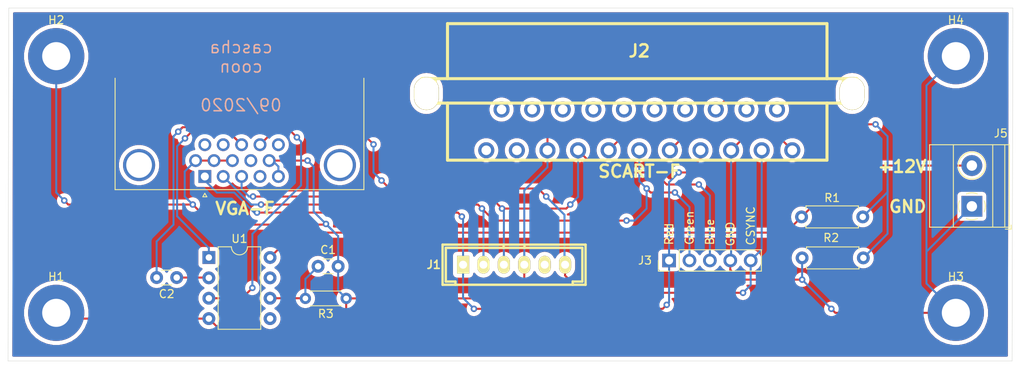
<source format=kicad_pcb>
(kicad_pcb (version 20171130) (host pcbnew 5.1.6)
  (layers (0 F.Cu signal) (31 B.Cu signal) (34 B.Paste user) (35 F.Paste user) (36 B.SilkS user) (37 F.SilkS user) (38 B.Mask user) (39 F.Mask user) (44 Edge.Cuts user))
  (net 0 "")
  (net 1 /Red)
  (net 2 /Green)
  (net 3 /Blue)
  (net 4 GND)
  (net 5 /CSYNC)
  (net 6 "Net-(J2-Pad16)")
  (net 7 "Net-(C1-Pad1)")
  (net 8 "Net-(C2-Pad1)")
  (net 9 +12V)
  (net 10 "Net-(J4-Pad13)")
  (net 11 "Net-(J4-Pad14)")
  (module w_conn_modu:AMP-MODU-6 (layer F.Cu) (at 63 78)
    (fp_text reference J1 (at -10 0) (layer F.SilkS) (effects (font (size 1.016 1.016) (thickness 0.2032))))
    (fp_text value System22_Video_PCB hide)
    (fp_line (start 8.90016 -2.49936) (end -8.90016 -2.49936) (layer F.SilkS) (width 0.3048))
    (fp_line (start -8.90016 2.49936) (end -8.90016 -2.49936) (layer F.SilkS) (width 0.3048))
    (fp_line (start 8.90016 2.49936) (end -8.90016 2.49936) (layer F.SilkS) (width 0.3048))
    (fp_line (start 8.90016 -2.49936) (end 8.90016 2.49936) (layer F.SilkS) (width 0.3048))
    (fp_line (start -1.30048 -2.10058) (end -1.30048 -2.49936) (layer F.SilkS) (width 0.3048))
    (fp_line (start 1.30048 -2.49936) (end 1.30048 -2.10058) (layer F.SilkS) (width 0.3048))
    (fp_line (start -8.49884 -2.10058) (end -8.49884 2.10058) (layer F.SilkS) (width 0.3048))
    (fp_line (start -7.29996 2.10058) (end -7.29996 2.49936) (layer F.SilkS) (width 0.3048))
    (fp_line (start 7.29996 2.49936) (end 7.29996 2.10058) (layer F.SilkS) (width 0.3048))
    (fp_line (start 8.49884 2.10058) (end 8.49884 -2.10058) (layer F.SilkS) (width 0.3048))
    (fp_line (start -1.30048 -2.10058) (end 1.30048 -2.10058) (layer F.SilkS) (width 0.3048))
    (fp_line (start -1.30048 -2.10058) (end -8.49884 -2.10058) (layer F.SilkS) (width 0.3048))
    (fp_line (start 8.49884 -2.10058) (end 1.30048 -2.10058) (layer F.SilkS) (width 0.3048))
    (fp_line (start 8.49884 2.10058) (end 7.29996 2.10058) (layer F.SilkS) (width 0.3048))
    (fp_line (start -7.29996 2.10058) (end -8.49884 2.10058) (layer F.SilkS) (width 0.3048))
    (pad 1 thru_hole rect (at -6.35 0) (size 1.50114 2.19964) (drill 1.00076) (layers *.Cu *.Mask F.SilkS) (net 1 /Red))
    (pad 2 thru_hole oval (at -3.81 0) (size 1.50114 2.19964) (drill 1.00076) (layers *.Cu *.Mask F.SilkS) (net 2 /Green))
    (pad 3 thru_hole oval (at -1.27 0) (size 1.50114 2.19964) (drill 1.00076) (layers *.Cu *.Mask F.SilkS) (net 3 /Blue))
    (pad 4 thru_hole oval (at 1.27 0) (size 1.50114 2.19964) (drill 1.00076) (layers *.Cu *.Mask F.SilkS) (net 4 GND))
    (pad 5 thru_hole oval (at 3.81 0) (size 1.50114 2.19964) (drill 1.00076) (layers *.Cu *.Mask F.SilkS))
    (pad 6 thru_hole oval (at 6.35 0) (size 1.50114 2.19964) (drill 1.00076) (layers *.Cu *.Mask F.SilkS) (net 5 /CSYNC))
  )
  (module w_conn_av:SCART (layer F.Cu) (at 78.5876 56.4548 180)
    (fp_text reference J2 (at 0 5.10032) (layer F.SilkS) (effects (font (size 1.524 1.524) (thickness 0.3048))))
    (fp_text value SCART-F (at 0 -9.906) (layer F.SilkS) (effects (font (size 1.524 1.524) (thickness 0.3048))))
    (fp_line (start 23.876 8.509) (end 23.876 1.651) (layer F.SilkS) (width 0.381))
    (fp_line (start -23.368 8.509) (end -23.368 1.651) (layer F.SilkS) (width 0.381))
    (fp_line (start 27.051 1.651) (end -27.051 1.651) (layer F.SilkS) (width 0.381))
    (fp_line (start -27.051 -1.397) (end 27.051 -1.397) (layer F.SilkS) (width 0.381))
    (fp_line (start 23.876 -8.509) (end 23.876 -1.397) (layer F.SilkS) (width 0.381))
    (fp_line (start -23.368 -8.509) (end 23.876 -8.509) (layer F.SilkS) (width 0.381))
    (fp_line (start -23.368 -1.397) (end -23.368 -8.509) (layer F.SilkS) (width 0.381))
    (fp_line (start 27.051 -1.397) (end 27.051 1.651) (layer F.SilkS) (width 0.381))
    (fp_line (start -27.051 -1.397) (end -27.051 1.651) (layer F.SilkS) (width 0.381))
    (fp_line (start -23.368 8.509) (end 23.876 8.509) (layer F.SilkS) (width 0.381))
    (fp_line (start 25.4 -1.397) (end 25.4 1.651) (layer F.SilkS) (width 0.381))
    (fp_line (start -25.4 -1.397) (end -25.4 1.651) (layer F.SilkS) (width 0.381))
    (pad 1 thru_hole circle (at 19.05 -7.27964 180) (size 1.99898 1.99898) (drill 1.19888) (layers *.Cu *.Mask))
    (pad 2 thru_hole circle (at 17.145 -2.19964 180) (size 1.99898 1.99898) (drill 1.19888) (layers *.Cu *.Mask))
    (pad 3 thru_hole circle (at 15.24 -7.27964 180) (size 1.99898 1.99898) (drill 1.19888) (layers *.Cu *.Mask))
    (pad 4 thru_hole circle (at 13.335 -2.19964 180) (size 1.99898 1.99898) (drill 1.19888) (layers *.Cu *.Mask))
    (pad 5 thru_hole circle (at 11.43 -7.27964 180) (size 1.99898 1.99898) (drill 1.19888) (layers *.Cu *.Mask) (net 4 GND))
    (pad 6 thru_hole circle (at 9.525 -2.19964 180) (size 1.99898 1.99898) (drill 1.19888) (layers *.Cu *.Mask))
    (pad 7 thru_hole circle (at 7.62 -7.27964 180) (size 1.99898 1.99898) (drill 1.19888) (layers *.Cu *.Mask) (net 3 /Blue))
    (pad 8 thru_hole circle (at 5.715 -2.19964 180) (size 1.99898 1.99898) (drill 1.19888) (layers *.Cu *.Mask))
    (pad 9 thru_hole circle (at 3.81 -7.27964 180) (size 1.99898 1.99898) (drill 1.19888) (layers *.Cu *.Mask) (net 4 GND))
    (pad 10 thru_hole circle (at 1.905 -2.19964 180) (size 1.99898 1.99898) (drill 1.19888) (layers *.Cu *.Mask))
    (pad 11 thru_hole circle (at 0 -7.27964 180) (size 1.99898 1.99898) (drill 1.19888) (layers *.Cu *.Mask) (net 2 /Green))
    (pad 12 thru_hole circle (at -1.905 -2.19964 180) (size 1.99898 1.99898) (drill 1.19888) (layers *.Cu *.Mask))
    (pad 13 thru_hole circle (at -3.81 -7.27964 180) (size 1.99898 1.99898) (drill 1.19888) (layers *.Cu *.Mask) (net 4 GND))
    (pad 14 thru_hole circle (at -5.715 -2.19964 180) (size 1.99898 1.99898) (drill 1.19888) (layers *.Cu *.Mask))
    (pad 15 thru_hole circle (at -7.62 -7.27964 180) (size 1.99898 1.99898) (drill 1.19888) (layers *.Cu *.Mask) (net 1 /Red))
    (pad 16 thru_hole circle (at -9.525 -2.19964 180) (size 1.99898 1.99898) (drill 1.19888) (layers *.Cu *.Mask) (net 6 "Net-(J2-Pad16)"))
    (pad 17 thru_hole circle (at -11.43 -7.27964 180) (size 1.99898 1.99898) (drill 1.19888) (layers *.Cu *.Mask) (net 4 GND))
    (pad 18 thru_hole circle (at -13.335 -2.19964 180) (size 1.99898 1.99898) (drill 1.19888) (layers *.Cu *.Mask))
    (pad 19 thru_hole circle (at -15.24 -7.27964 180) (size 1.99898 1.99898) (drill 1.19888) (layers *.Cu *.Mask) (net 5 /CSYNC))
    (pad 20 thru_hole circle (at -17.145 -2.19964 180) (size 1.99898 1.99898) (drill 1.19888) (layers *.Cu *.Mask))
    (pad 21 thru_hole circle (at -19.05 -7.27964 180) (size 1.99898 1.99898) (drill 1.19888) (layers *.Cu *.Mask) (net 4 GND))
    (pad "" np_thru_hole oval (at 26.49982 -0.20066 180) (size 3.1 4.1) (drill oval 3 4) (layers *.Cu *.Mask F.SilkS))
    (pad "" np_thru_hole oval (at -26.49982 -0.20066 180) (size 3.1 4.1) (drill oval 3 4) (layers *.Cu *.Mask F.SilkS))
  )
  (module Resistor_THT:R_Axial_DIN0207_L6.3mm_D2.5mm_P7.62mm_Horizontal (layer F.Cu) (at 98.79 72.04)
    (fp_text reference R1 (at 3.81 -2.37) (layer F.SilkS))
    (fp_text value 10k)
    (fp_line (start 0.54 -1.04) (end 0.54 -1.37) (layer F.SilkS) (width 0.12))
    (fp_line (start 0.54 -1.37) (end 7.08 -1.37) (layer F.SilkS) (width 0.12))
    (fp_line (start 7.08 -1.37) (end 7.08 -1.04) (layer F.SilkS) (width 0.12))
    (fp_line (start 0.54 1.04) (end 0.54 1.37) (layer F.SilkS) (width 0.12))
    (fp_line (start 0.54 1.37) (end 7.08 1.37) (layer F.SilkS) (width 0.12))
    (fp_line (start 7.08 1.37) (end 7.08 1.04) (layer F.SilkS) (width 0.12))
    (pad 2 thru_hole oval (at 7.62 0) (size 1.6 1.6) (drill 0.8) (layers *.Cu *.Mask) (net 6 "Net-(J2-Pad16)"))
    (pad 1 thru_hole circle (at 0 0) (size 1.6 1.6) (drill 0.8) (layers *.Cu *.Mask) (net 9 +12V))
  )
  (module Resistor_THT:R_Axial_DIN0207_L6.3mm_D2.5mm_P7.62mm_Horizontal (layer F.Cu) (at 106.48 77.15 180)
    (fp_text reference R2 (at 4 2.5) (layer F.SilkS))
    (fp_text value 2k)
    (fp_line (start 7.08 1.37) (end 7.08 1.04) (layer F.SilkS) (width 0.12))
    (fp_line (start 0.54 1.37) (end 7.08 1.37) (layer F.SilkS) (width 0.12))
    (fp_line (start 0.54 1.04) (end 0.54 1.37) (layer F.SilkS) (width 0.12))
    (fp_line (start 7.08 -1.37) (end 7.08 -1.04) (layer F.SilkS) (width 0.12))
    (fp_line (start 0.54 -1.37) (end 7.08 -1.37) (layer F.SilkS) (width 0.12))
    (fp_line (start 0.54 -1.04) (end 0.54 -1.37) (layer F.SilkS) (width 0.12))
    (pad 1 thru_hole circle (at 0 0 180) (size 1.6 1.6) (drill 0.8) (layers *.Cu *.Mask) (net 6 "Net-(J2-Pad16)"))
    (pad 2 thru_hole oval (at 7.62 0 180) (size 1.6 1.6) (drill 0.8) (layers *.Cu *.Mask) (net 4 GND))
  )
  (module Connector_PinHeader_2.54mm:PinHeader_1x05_P2.54mm_Vertical (layer F.Cu) (at 82.296 77.47 90)
    (fp_text reference J3 (at 0 -3 180) (layer F.SilkS))
    (fp_text value DEBUG)
    (fp_line (start -1.33 -1.33) (end 0 -1.33) (layer F.SilkS) (width 0.12))
    (fp_line (start -1.33 0) (end -1.33 -1.33) (layer F.SilkS) (width 0.12))
    (fp_line (start -1.33 1.27) (end 1.33 1.27) (layer F.SilkS) (width 0.12))
    (fp_line (start 1.33 1.27) (end 1.33 11.49) (layer F.SilkS) (width 0.12))
    (fp_line (start -1.33 1.27) (end -1.33 11.49) (layer F.SilkS) (width 0.12))
    (fp_line (start -1.33 11.49) (end 1.33 11.49) (layer F.SilkS) (width 0.12))
    (pad 1 thru_hole rect (at 0 0 90) (size 1.7 1.7) (drill 1) (layers *.Cu *.Mask) (net 1 /Red))
    (pad 2 thru_hole oval (at 0 2.54 90) (size 1.7 1.7) (drill 1) (layers *.Cu *.Mask) (net 2 /Green))
    (pad 3 thru_hole oval (at 0 5.08 90) (size 1.7 1.7) (drill 1) (layers *.Cu *.Mask) (net 3 /Blue))
    (pad 4 thru_hole oval (at 0 7.62 90) (size 1.7 1.7) (drill 1) (layers *.Cu *.Mask) (net 4 GND))
    (pad 5 thru_hole oval (at 0 10.16 90) (size 1.7 1.7) (drill 1) (layers *.Cu *.Mask) (net 5 /CSYNC))
  )
  (module Capacitor_THT:C_Disc_D3.0mm_W1.6mm_P2.50mm (layer F.Cu) (at 38.6 78.2)
    (fp_text reference C1 (at 1.25 -2.05) (layer F.SilkS))
    (fp_text value 0.1uF)
    (fp_line (start 0.621 -0.92) (end 1.879 -0.92) (layer F.SilkS) (width 0.12))
    (fp_line (start 0.621 0.92) (end 1.879 0.92) (layer F.SilkS) (width 0.12))
    (pad 2 thru_hole circle (at 2.5 0) (size 1.6 1.6) (drill 0.8) (layers *.Cu *.Mask) (net 4 GND))
    (pad 1 thru_hole circle (at 0 0) (size 1.6 1.6) (drill 0.8) (layers *.Cu *.Mask) (net 7 "Net-(C1-Pad1)"))
  )
  (module Capacitor_THT:C_Disc_D3.0mm_W1.6mm_P2.50mm (layer F.Cu) (at 21 79.6 180)
    (fp_text reference C2 (at 1.25 -2.05) (layer F.SilkS))
    (fp_text value 0.1uF)
    (fp_line (start 0.621 0.92) (end 1.879 0.92) (layer F.SilkS) (width 0.12))
    (fp_line (start 0.621 -0.92) (end 1.879 -0.92) (layer F.SilkS) (width 0.12))
    (pad 1 thru_hole circle (at 0 0 180) (size 1.6 1.6) (drill 0.8) (layers *.Cu *.Mask) (net 8 "Net-(C2-Pad1)"))
    (pad 2 thru_hole circle (at 2.5 0 180) (size 1.6 1.6) (drill 0.8) (layers *.Cu *.Mask) (net 5 /CSYNC))
  )
  (module Connector_Dsub:DSUB-15-HD_Female_Horizontal_P2.29x1.98mm_EdgePinOffset8.35mm_Housed_MountingHolesOffset10.89mm (layer F.Cu) (at 24.5 67 180)
    (fp_text reference J4 hide)
    (fp_text value VGA-F (at -5 -4) (layer F.SilkS) (effects (font (size 1.524 1.524) (thickness 0.3048))))
    (fp_line (start 0 -2.101325) (end -0.25 -2.534338) (layer F.SilkS) (width 0.12))
    (fp_line (start 0.25 -2.534338) (end 0 -2.101325) (layer F.SilkS) (width 0.12))
    (fp_line (start -0.25 -2.534338) (end 0.25 -2.534338) (layer F.SilkS) (width 0.12))
    (fp_line (start 11.17 -1.64) (end 11.17 12.25) (layer F.SilkS) (width 0.12))
    (fp_line (start -19.8 -1.64) (end 11.17 -1.64) (layer F.SilkS) (width 0.12))
    (fp_line (start -19.8 12.25) (end -19.8 -1.64) (layer F.SilkS) (width 0.12))
    (pad 1 thru_hole rect (at 0 0 180) (size 1.6 1.6) (drill 1) (layers *.Cu *.Mask) (net 1 /Red))
    (pad 2 thru_hole circle (at -2.29 0 180) (size 1.6 1.6) (drill 1) (layers *.Cu *.Mask) (net 2 /Green))
    (pad 3 thru_hole circle (at -4.58 0 180) (size 1.6 1.6) (drill 1) (layers *.Cu *.Mask) (net 3 /Blue))
    (pad 4 thru_hole circle (at -6.87 0 180) (size 1.6 1.6) (drill 1) (layers *.Cu *.Mask))
    (pad 5 thru_hole circle (at -9.16 0 180) (size 1.6 1.6) (drill 1) (layers *.Cu *.Mask) (net 4 GND))
    (pad 6 thru_hole circle (at 1.145 1.98 180) (size 1.6 1.6) (drill 1) (layers *.Cu *.Mask) (net 4 GND))
    (pad 7 thru_hole circle (at -1.145 1.98 180) (size 1.6 1.6) (drill 1) (layers *.Cu *.Mask) (net 4 GND))
    (pad 8 thru_hole circle (at -3.435 1.98 180) (size 1.6 1.6) (drill 1) (layers *.Cu *.Mask) (net 4 GND))
    (pad 9 thru_hole circle (at -5.725 1.98 180) (size 1.6 1.6) (drill 1) (layers *.Cu *.Mask))
    (pad 10 thru_hole circle (at -8.015 1.98 180) (size 1.6 1.6) (drill 1) (layers *.Cu *.Mask) (net 4 GND))
    (pad 11 thru_hole circle (at 0 3.96 180) (size 1.6 1.6) (drill 1) (layers *.Cu *.Mask))
    (pad 12 thru_hole circle (at -2.29 3.96 180) (size 1.6 1.6) (drill 1) (layers *.Cu *.Mask))
    (pad 13 thru_hole circle (at -4.58 3.96 180) (size 1.6 1.6) (drill 1) (layers *.Cu *.Mask) (net 10 "Net-(J4-Pad13)"))
    (pad 14 thru_hole circle (at -6.87 3.96 180) (size 1.6 1.6) (drill 1) (layers *.Cu *.Mask) (net 11 "Net-(J4-Pad14)"))
    (pad 15 thru_hole circle (at -9.16 3.96 180) (size 1.6 1.6) (drill 1) (layers *.Cu *.Mask))
    (pad 0 thru_hole circle (at -16.815 1.42 180) (size 4 4) (drill 3.2) (layers *.Cu *.Mask))
    (pad 0 thru_hole circle (at 8.185 1.42 180) (size 4 4) (drill 3.2) (layers *.Cu *.Mask))
  )
  (module Resistor_THT:R_Axial_DIN0204_L3.6mm_D1.6mm_P5.08mm_Horizontal (layer F.Cu) (at 42.1 82.2 180)
    (fp_text reference R3 (at 2.54 -1.92) (layer F.SilkS))
    (fp_text value 680K)
    (fp_line (start 0.62 0.92) (end 4.46 0.92) (layer F.SilkS) (width 0.12))
    (fp_line (start 0.62 -0.92) (end 4.46 -0.92) (layer F.SilkS) (width 0.12))
    (pad 1 thru_hole circle (at 0 0 180) (size 1.4 1.4) (drill 0.7) (layers *.Cu *.Mask) (net 4 GND))
    (pad 2 thru_hole oval (at 5.08 0 180) (size 1.4 1.4) (drill 0.7) (layers *.Cu *.Mask) (net 7 "Net-(C1-Pad1)"))
  )
  (module Package_DIP:DIP-8_W7.62mm (layer F.Cu) (at 25 77.1)
    (fp_text reference U1 (at 3.81 -2.33) (layer F.SilkS))
    (fp_text value LM1881)
    (fp_line (start 6.46 -1.33) (end 4.81 -1.33) (layer F.SilkS) (width 0.12))
    (fp_line (start 6.46 8.95) (end 6.46 -1.33) (layer F.SilkS) (width 0.12))
    (fp_line (start 1.16 8.95) (end 6.46 8.95) (layer F.SilkS) (width 0.12))
    (fp_line (start 1.16 -1.33) (end 1.16 8.95) (layer F.SilkS) (width 0.12))
    (fp_line (start 2.81 -1.33) (end 1.16 -1.33) (layer F.SilkS) (width 0.12))
    (fp_arc (start 3.81 -1.33) (end 2.81 -1.33) (angle -180) (layer F.SilkS) (width 0.12))
    (pad 1 thru_hole rect (at 0 0) (size 1.6 1.6) (drill 0.8) (layers *.Cu *.Mask) (net 10 "Net-(J4-Pad13)"))
    (pad 5 thru_hole oval (at 7.62 7.62) (size 1.6 1.6) (drill 0.8) (layers *.Cu *.Mask))
    (pad 2 thru_hole oval (at 0 2.54) (size 1.6 1.6) (drill 0.8) (layers *.Cu *.Mask) (net 8 "Net-(C2-Pad1)"))
    (pad 6 thru_hole oval (at 7.62 5.08) (size 1.6 1.6) (drill 0.8) (layers *.Cu *.Mask) (net 7 "Net-(C1-Pad1)"))
    (pad 3 thru_hole oval (at 0 5.08) (size 1.6 1.6) (drill 0.8) (layers *.Cu *.Mask) (net 11 "Net-(J4-Pad14)"))
    (pad 7 thru_hole oval (at 7.62 2.54) (size 1.6 1.6) (drill 0.8) (layers *.Cu *.Mask))
    (pad 4 thru_hole oval (at 0 7.62) (size 1.6 1.6) (drill 0.8) (layers *.Cu *.Mask) (net 4 GND))
    (pad 8 thru_hole oval (at 7.62 0) (size 1.6 1.6) (drill 0.8) (layers *.Cu *.Mask) (net 9 +12V))
  )
  (module MountingHole:MountingHole_3.5mm_Pad (layer F.Cu) (at 6 84)
    (fp_text reference H1 (at 0 -4.5) (layer F.SilkS))
    (fp_text value MountingHole_Pad)
    (pad 1 thru_hole circle (at 0 0) (size 7 7) (drill 3.5) (layers *.Cu *.Mask) (net 4 GND))
  )
  (module MountingHole:MountingHole_3.5mm_Pad (layer F.Cu) (at 6 52)
    (fp_text reference H2 (at 0 -4.5) (layer F.SilkS))
    (fp_text value MountingHole_Pad)
    (pad 1 thru_hole circle (at 0 0) (size 7 7) (drill 3.5) (layers *.Cu *.Mask) (net 4 GND))
  )
  (module MountingHole:MountingHole_3.5mm_Pad (layer F.Cu) (at 118 84)
    (fp_text reference H3 (at 0 -4.5) (layer F.SilkS))
    (fp_text value MountingHole_Pad)
    (pad 1 thru_hole circle (at 0 0) (size 7 7) (drill 3.5) (layers *.Cu *.Mask) (net 4 GND))
  )
  (module MountingHole:MountingHole_3.5mm_Pad (layer F.Cu) (at 118 52)
    (fp_text reference H4 (at 0 -4.5) (layer F.SilkS))
    (fp_text value MountingHole_Pad)
    (pad 1 thru_hole circle (at 0 0) (size 7 7) (drill 3.5) (layers *.Cu *.Mask) (net 4 GND))
  )
  (module TerminalBlock_Phoenix:TerminalBlock_Phoenix_MKDS-1,5-2-5.08_1x02_P5.08mm_Horizontal (layer F.Cu) (at 119.99 70.72 90)
    (fp_text reference J5 (at 9.1 3.6 180) (layer F.SilkS))
    (fp_text value "Power Supply")
    (fp_line (start -2.84 4.9) (end -2.34 4.9) (layer F.SilkS) (width 0.12))
    (fp_line (start -2.84 4.16) (end -2.84 4.9) (layer F.SilkS) (width 0.12))
    (fp_line (start 3.853 1.023) (end 3.806 1.069) (layer F.SilkS) (width 0.12))
    (fp_line (start 6.15 -1.275) (end 6.115 -1.239) (layer F.SilkS) (width 0.12))
    (fp_line (start 4.046 1.239) (end 4.011 1.274) (layer F.SilkS) (width 0.12))
    (fp_line (start 6.355 -1.069) (end 6.308 -1.023) (layer F.SilkS) (width 0.12))
    (fp_line (start 7.68 -5.261) (end 7.68 4.66) (layer F.SilkS) (width 0.12))
    (fp_line (start -2.6 -5.261) (end -2.6 4.66) (layer F.SilkS) (width 0.12))
    (fp_line (start -2.6 4.66) (end 7.68 4.66) (layer F.SilkS) (width 0.12))
    (fp_line (start -2.6 -5.261) (end 7.68 -5.261) (layer F.SilkS) (width 0.12))
    (fp_line (start -2.6 -2.301) (end 7.68 -2.301) (layer F.SilkS) (width 0.12))
    (fp_line (start -2.6 2.6) (end 7.68 2.6) (layer F.SilkS) (width 0.12))
    (fp_line (start -2.6 4.1) (end 7.68 4.1) (layer F.SilkS) (width 0.12))
    (fp_circle (center 5.08 0) (end 6.76 0) (layer F.SilkS) (width 0.12))
    (fp_arc (start 0 0) (end 0 1.68) (angle -24) (layer F.SilkS) (width 0.12))
    (fp_arc (start 0 0) (end 1.535 0.684) (angle -48) (layer F.SilkS) (width 0.12))
    (fp_arc (start 0 0) (end 0.684 -1.535) (angle -48) (layer F.SilkS) (width 0.12))
    (fp_arc (start 0 0) (end -1.535 -0.684) (angle -48) (layer F.SilkS) (width 0.12))
    (fp_arc (start 0 0) (end -0.684 1.535) (angle -25) (layer F.SilkS) (width 0.12))
    (pad 1 thru_hole rect (at 0 0 90) (size 2.6 2.6) (drill 1.3) (layers *.Cu *.Mask) (net 4 GND))
    (pad 2 thru_hole circle (at 5.08 0 90) (size 2.6 2.6) (drill 1.3) (layers *.Cu *.Mask) (net 9 +12V))
  )
  (gr_text GND (at 112 70.76) (layer F.SilkS) (effects (font (size 1.5 1.5) (thickness 0.3))))
  (gr_text +12V (at 111.31 65.76) (layer F.SilkS) (effects (font (size 1.5 1.5) (thickness 0.3))))
  (gr_text "cascha\ncoon\n\n09/2020" (at 29 54.5) (layer B.SilkS) (effects (font (size 1.5 1.5) (thickness 0.1875)) (justify mirror)))
  (gr_line (start 0 90) (end 125 90) (layer Edge.Cuts) (width 0.05))
  (gr_text CSYNC (at 92.456 73.152 90) (layer F.SilkS) (effects (font (size 1 1))))
  (gr_text GND (at 89.916 74.168 90) (layer F.SilkS) (effects (font (size 1 1))))
  (gr_text Blue (at 87.376 73.914 90) (layer F.SilkS) (effects (font (size 1 1))))
  (gr_text Green (at 84.836 73.406 90) (layer F.SilkS) (effects (font (size 1 1))))
  (gr_text Red (at 82.296 74.168 90) (layer F.SilkS) (effects (font (size 1 1))))
  (gr_line (start 125.1 46) (end 125 90) (layer Edge.Cuts) (width 0.05))
  (gr_line (start 0.1 46) (end 0 90) (layer Edge.Cuts) (width 0.05))
  (gr_line (start 125.1 46) (end 0.1 46) (layer Edge.Cuts) (width 0.05))
  (segment (start 86.2076 63.73444) (end 86.2076 64.7924) (width 0.25) (layer F.Cu) (net 1))
  (via (at 83.5 66.5) (size 0.8) (drill 0.4) (layers F.Cu B.Cu) (net 1))
  (segment (start 84.5 66.5) (end 83.5 66.5) (width 0.25) (layer F.Cu) (net 1))
  (segment (start 86.2076 64.7924) (end 84.5 66.5) (width 0.25) (layer F.Cu) (net 1))
  (segment (start 82.296 67.704) (end 83.5 66.5) (width 0.25) (layer B.Cu) (net 1))
  (segment (start 82.296 77.47) (end 82.296 67.704) (width 0.25) (layer B.Cu) (net 1))
  (segment (start 24.5 67) (end 24.5 67.5) (width 0.25) (layer B.Cu) (net 1))
  (segment (start 24.5 67.5) (end 26 69) (width 0.25) (layer B.Cu) (net 1))
  (segment (start 26 69) (end 27.5 69) (width 0.25) (layer B.Cu) (net 1))
  (segment (start 27.5 69) (end 28.15359 69) (width 0.25) (layer B.Cu) (net 1))
  (via (at 31 71.5) (size 0.8) (drill 0.4) (layers F.Cu B.Cu) (net 1))
  (segment (start 30.65359 71.5) (end 31 71.5) (width 0.25) (layer B.Cu) (net 1))
  (segment (start 28.15359 69) (end 30.65359 71.5) (width 0.25) (layer B.Cu) (net 1))
  (segment (start 31 71.5) (end 40.5 71.5) (width 0.25) (layer F.Cu) (net 1))
  (via (at 56.5 72) (size 0.8) (drill 0.4) (layers F.Cu B.Cu) (net 1))
  (segment (start 56 71.5) (end 56.5 72) (width 0.25) (layer F.Cu) (net 1))
  (segment (start 40.5 71.5) (end 56 71.5) (width 0.25) (layer F.Cu) (net 1))
  (segment (start 56.65 72.15) (end 56.5 72) (width 0.25) (layer B.Cu) (net 1))
  (segment (start 56.65 78) (end 56.65 72.15) (width 0.25) (layer B.Cu) (net 1))
  (via (at 58 83.5) (size 0.8) (drill 0.4) (layers F.Cu B.Cu) (net 1))
  (segment (start 56.65 82.15) (end 58 83.5) (width 0.25) (layer B.Cu) (net 1))
  (segment (start 56.65 78) (end 56.65 82.15) (width 0.25) (layer B.Cu) (net 1))
  (segment (start 58 83.5) (end 73.5 83.5) (width 0.25) (layer F.Cu) (net 1))
  (via (at 82 83) (size 0.8) (drill 0.4) (layers F.Cu B.Cu) (net 1))
  (segment (start 81.5 83.5) (end 82 83) (width 0.25) (layer F.Cu) (net 1))
  (segment (start 73.5 83.5) (end 81.5 83.5) (width 0.25) (layer F.Cu) (net 1))
  (segment (start 82.296 82.704) (end 82 83) (width 0.25) (layer B.Cu) (net 1))
  (segment (start 82.296 77.47) (end 82.296 82.704) (width 0.25) (layer B.Cu) (net 1))
  (via (at 79.5 68.5) (size 0.8) (drill 0.4) (layers F.Cu B.Cu) (net 2))
  (segment (start 78.5876 67.5876) (end 79.5 68.5) (width 0.25) (layer B.Cu) (net 2))
  (segment (start 78.5876 63.73444) (end 78.5876 67.5876) (width 0.25) (layer B.Cu) (net 2))
  (via (at 83.021 69) (size 0.8) (drill 0.4) (layers F.Cu B.Cu) (net 2))
  (segment (start 80 69) (end 83.021 69) (width 0.25) (layer F.Cu) (net 2))
  (segment (start 79.5 68.5) (end 80 69) (width 0.25) (layer F.Cu) (net 2))
  (segment (start 84.836 70.815) (end 83.021 69) (width 0.25) (layer B.Cu) (net 2))
  (segment (start 84.836 77.47) (end 84.836 70.815) (width 0.25) (layer B.Cu) (net 2))
  (via (at 31.5 70.5) (size 0.8) (drill 0.4) (layers F.Cu B.Cu) (net 2))
  (segment (start 30.29 70.5) (end 31.5 70.5) (width 0.25) (layer B.Cu) (net 2))
  (segment (start 26.79 67) (end 30.29 70.5) (width 0.25) (layer B.Cu) (net 2))
  (segment (start 31.5 70.5) (end 41 70.5) (width 0.25) (layer F.Cu) (net 2))
  (segment (start 56.073002 70.5) (end 57.5 70.5) (width 0.25) (layer F.Cu) (net 2))
  (segment (start 41 70.5) (end 56.073002 70.5) (width 0.25) (layer F.Cu) (net 2))
  (via (at 59 71) (size 0.8) (drill 0.4) (layers F.Cu B.Cu) (net 2))
  (segment (start 58.5 70.5) (end 59 71) (width 0.25) (layer F.Cu) (net 2))
  (segment (start 57.5 70.5) (end 58.5 70.5) (width 0.25) (layer F.Cu) (net 2))
  (segment (start 59.19 71.19) (end 59 71) (width 0.25) (layer B.Cu) (net 2))
  (segment (start 59.19 78) (end 59.19 71.19) (width 0.25) (layer B.Cu) (net 2))
  (segment (start 59 71) (end 60.5 72.5) (width 0.25) (layer F.Cu) (net 2))
  (via (at 77 72.5) (size 0.8) (drill 0.4) (layers F.Cu B.Cu) (net 2))
  (segment (start 60.5 72.5) (end 77 72.5) (width 0.25) (layer F.Cu) (net 2))
  (segment (start 77 72.5) (end 78 72.5) (width 0.25) (layer B.Cu) (net 2))
  (segment (start 79.5 71) (end 79.5 68.5) (width 0.25) (layer B.Cu) (net 2))
  (segment (start 78 72.5) (end 79.5 71) (width 0.25) (layer B.Cu) (net 2))
  (via (at 86 68) (size 0.8) (drill 0.4) (layers F.Cu B.Cu) (net 3))
  (segment (start 87.376 69.376) (end 86 68) (width 0.25) (layer B.Cu) (net 3))
  (segment (start 87.376 77.47) (end 87.376 69.376) (width 0.25) (layer B.Cu) (net 3))
  (segment (start 86 68) (end 82 68) (width 0.25) (layer F.Cu) (net 3))
  (segment (start 82 68) (end 80.5 66.5) (width 0.25) (layer F.Cu) (net 3))
  (segment (start 73.73316 66.5) (end 70.9676 63.73444) (width 0.25) (layer F.Cu) (net 3))
  (segment (start 80.5 66.5) (end 73.73316 66.5) (width 0.25) (layer F.Cu) (net 3))
  (segment (start 29.08 67) (end 29.08 68.58) (width 0.25) (layer B.Cu) (net 3))
  (segment (start 30 69.5) (end 30.5 69.5) (width 0.25) (layer B.Cu) (net 3))
  (via (at 30.5 69.5) (size 0.8) (drill 0.4) (layers F.Cu B.Cu) (net 3))
  (segment (start 29.08 68.58) (end 30 69.5) (width 0.25) (layer B.Cu) (net 3))
  (segment (start 30.5 69.5) (end 41 69.5) (width 0.25) (layer F.Cu) (net 3))
  (segment (start 41 69.5) (end 60 69.5) (width 0.25) (layer F.Cu) (net 3))
  (segment (start 60 69.5) (end 61.5 71) (width 0.25) (layer F.Cu) (net 3))
  (via (at 61.5 71) (size 0.8) (drill 0.4) (layers F.Cu B.Cu) (net 3))
  (segment (start 61.73 71.23) (end 61.5 71) (width 0.25) (layer B.Cu) (net 3))
  (segment (start 61.73 78) (end 61.73 71.23) (width 0.25) (layer B.Cu) (net 3))
  (via (at 70 70.5) (size 0.8) (drill 0.4) (layers F.Cu B.Cu) (net 3))
  (segment (start 69.5 71) (end 70 70.5) (width 0.25) (layer F.Cu) (net 3))
  (segment (start 61.5 71) (end 69.5 71) (width 0.25) (layer F.Cu) (net 3))
  (segment (start 70.9676 69.5324) (end 70.9676 63.73444) (width 0.25) (layer B.Cu) (net 3))
  (segment (start 70 70.5) (end 70.9676 69.5324) (width 0.25) (layer B.Cu) (net 3))
  (segment (start 41.1 81.2) (end 42.1 82.2) (width 0.25) (layer B.Cu) (net 4))
  (segment (start 41.1 78.2) (end 41.1 81.2) (width 0.25) (layer B.Cu) (net 4))
  (segment (start 23.355 65.02) (end 27.935 65.02) (width 0.25) (layer F.Cu) (net 4))
  (segment (start 32.515 65.02) (end 32.92 65.02) (width 0.25) (layer B.Cu) (net 4))
  (segment (start 33.66 65.76) (end 33.66 67) (width 0.25) (layer B.Cu) (net 4))
  (segment (start 32.92 65.02) (end 33.66 65.76) (width 0.25) (layer B.Cu) (net 4))
  (segment (start 41.1 74.44) (end 39.58 72.92) (width 0.25) (layer B.Cu) (net 4))
  (segment (start 41.1 78.2) (end 41.1 74.44) (width 0.25) (layer B.Cu) (net 4))
  (segment (start 39.58 72.92) (end 40.5 73.84) (width 0.25) (layer B.Cu) (net 4))
  (segment (start 25 84.72) (end 27.18 86.9) (width 0.25) (layer F.Cu) (net 4))
  (segment (start 27.18 86.9) (end 39.4 86.9) (width 0.25) (layer F.Cu) (net 4))
  (segment (start 42.1 84.2) (end 42.1 82.2) (width 0.25) (layer F.Cu) (net 4))
  (segment (start 39.4 86.9) (end 42.1 84.2) (width 0.25) (layer F.Cu) (net 4))
  (segment (start 42.1 82.2) (end 63.075 82.2) (width 0.25) (layer F.Cu) (net 4))
  (segment (start 64.27 81.005) (end 64.27 78) (width 0.25) (layer F.Cu) (net 4))
  (segment (start 63.075 82.2) (end 64.27 81.005) (width 0.25) (layer F.Cu) (net 4))
  (segment (start 67.1576 63.73444) (end 67.1576 61.8424) (width 0.25) (layer F.Cu) (net 4))
  (segment (start 67.1576 61.8424) (end 68 61) (width 0.25) (layer F.Cu) (net 4))
  (segment (start 94.90316 61) (end 97.6376 63.73444) (width 0.25) (layer F.Cu) (net 4))
  (segment (start 90.0176 63.73444) (end 92.75204 61) (width 0.25) (layer F.Cu) (net 4))
  (segment (start 93.5 61) (end 94.90316 61) (width 0.25) (layer F.Cu) (net 4))
  (segment (start 92.75204 61) (end 93.5 61) (width 0.25) (layer F.Cu) (net 4))
  (segment (start 85.13204 61) (end 86.5 61) (width 0.25) (layer F.Cu) (net 4))
  (segment (start 82.3976 63.73444) (end 85.13204 61) (width 0.25) (layer F.Cu) (net 4))
  (segment (start 86.5 61) (end 93.5 61) (width 0.25) (layer F.Cu) (net 4))
  (segment (start 77.5 61.01204) (end 77.5 61) (width 0.25) (layer F.Cu) (net 4))
  (segment (start 77.5 61) (end 86.5 61) (width 0.25) (layer F.Cu) (net 4))
  (segment (start 74.7776 63.73444) (end 77.5 61.01204) (width 0.25) (layer F.Cu) (net 4))
  (segment (start 68 61) (end 77.5 61) (width 0.25) (layer F.Cu) (net 4))
  (segment (start 90.0176 77.3684) (end 89.916 77.47) (width 0.25) (layer B.Cu) (net 4))
  (segment (start 90.0176 63.73444) (end 90.0176 77.3684) (width 0.25) (layer B.Cu) (net 4))
  (segment (start 64.27 78) (end 64.27 68.73) (width 0.25) (layer B.Cu) (net 4))
  (segment (start 67.1576 65.8424) (end 67.1576 63.73444) (width 0.25) (layer B.Cu) (net 4))
  (segment (start 64.27 68.73) (end 67.1576 65.8424) (width 0.25) (layer B.Cu) (net 4))
  (segment (start 23.355 65.02) (end 22 66.375) (width 0.25) (layer B.Cu) (net 4))
  (via (at 23 70.5) (size 0.8) (drill 0.4) (layers F.Cu B.Cu) (net 4))
  (segment (start 22 69.5) (end 23 70.5) (width 0.25) (layer B.Cu) (net 4))
  (segment (start 22 66.375) (end 22 69.5) (width 0.25) (layer B.Cu) (net 4))
  (segment (start 23 70.5) (end 25.5 73) (width 0.25) (layer F.Cu) (net 4))
  (via (at 39.58 72.92) (size 0.8) (drill 0.4) (layers F.Cu B.Cu) (net 4))
  (segment (start 39.5 73) (end 39.58 72.92) (width 0.25) (layer F.Cu) (net 4))
  (segment (start 25.5 73) (end 39.5 73) (width 0.25) (layer F.Cu) (net 4))
  (segment (start 117.5 52) (end 118 51.5) (width 0.25) (layer F.Cu) (net 4))
  (segment (start 6.72 84.72) (end 6 84) (width 0.25) (layer F.Cu) (net 4))
  (segment (start 25 84.72) (end 6.72 84.72) (width 0.25) (layer F.Cu) (net 4))
  (via (at 7 70) (size 0.8) (drill 0.4) (layers F.Cu B.Cu) (net 4))
  (segment (start 6 69) (end 7 70) (width 0.25) (layer B.Cu) (net 4))
  (segment (start 6 52) (end 6 69) (width 0.25) (layer B.Cu) (net 4))
  (segment (start 7.5 70.5) (end 23 70.5) (width 0.25) (layer F.Cu) (net 4))
  (segment (start 7 70) (end 7.5 70.5) (width 0.25) (layer F.Cu) (net 4))
  (segment (start 103 84) (end 102.5 83.5) (width 0.25) (layer F.Cu) (net 4))
  (via (at 102.5 83.5) (size 0.8) (drill 0.4) (layers F.Cu B.Cu) (net 4))
  (segment (start 118 84) (end 103 84) (width 0.25) (layer F.Cu) (net 4))
  (via (at 37.29 65.02) (size 0.8) (drill 0.4) (layers F.Cu B.Cu) (net 4))
  (segment (start 38.05 65.78) (end 37.29 65.02) (width 0.25) (layer B.Cu) (net 4))
  (segment (start 38.05 71.39) (end 38.05 65.78) (width 0.25) (layer B.Cu) (net 4))
  (segment (start 38.05 71.39) (end 39.58 72.92) (width 0.25) (layer B.Cu) (net 4))
  (segment (start 37.29 65.02) (end 32.515 65.02) (width 0.25) (layer F.Cu) (net 4))
  (segment (start 118 52) (end 114.34 55.66) (width 0.25) (layer B.Cu) (net 4))
  (segment (start 114.34 80.34) (end 118 84) (width 0.25) (layer B.Cu) (net 4))
  (segment (start 114.34 59.99) (end 114.34 59.43) (width 0.25) (layer B.Cu) (net 4))
  (segment (start 114.34 55.66) (end 114.34 59.43) (width 0.25) (layer B.Cu) (net 4))
  (segment (start 114.34 76.37) (end 119.99 70.72) (width 0.25) (layer B.Cu) (net 4))
  (segment (start 114.34 76.73) (end 114.34 76.37) (width 0.25) (layer B.Cu) (net 4))
  (segment (start 114.34 59.43) (end 114.34 76.73) (width 0.25) (layer B.Cu) (net 4))
  (segment (start 114.34 76.73) (end 114.34 80.34) (width 0.25) (layer B.Cu) (net 4))
  (segment (start 98.86 79.86) (end 102.5 83.5) (width 0.25) (layer B.Cu) (net 4))
  (segment (start 98.86 77.15) (end 98.86 79.86) (width 0.25) (layer B.Cu) (net 4))
  (segment (start 89.916 77.47) (end 89.916 78.636) (width 0.25) (layer F.Cu) (net 4))
  (via (at 98.86 79.86) (size 0.8) (drill 0.4) (layers F.Cu B.Cu) (net 4))
  (segment (start 91.14 79.86) (end 98.86 79.86) (width 0.25) (layer F.Cu) (net 4))
  (segment (start 89.916 78.636) (end 91.14 79.86) (width 0.25) (layer F.Cu) (net 4))
  (segment (start 93.8276 76.0984) (end 92.456 77.47) (width 0.25) (layer B.Cu) (net 5))
  (segment (start 93.8276 63.73444) (end 93.8276 76.0984) (width 0.25) (layer B.Cu) (net 5))
  (segment (start 69.35 78) (end 69.35 79.35) (width 0.25) (layer F.Cu) (net 5))
  (via (at 91.5 81.5) (size 0.8) (drill 0.4) (layers F.Cu B.Cu) (net 5))
  (segment (start 71.5 81.5) (end 91.5 81.5) (width 0.25) (layer F.Cu) (net 5))
  (segment (start 69.35 79.35) (end 71.5 81.5) (width 0.25) (layer F.Cu) (net 5))
  (segment (start 92.456 80.544) (end 91.5 81.5) (width 0.25) (layer B.Cu) (net 5))
  (segment (start 92.456 77.47) (end 92.456 80.544) (width 0.25) (layer B.Cu) (net 5))
  (segment (start 69.274999 77.924999) (end 69.274999 71.774999) (width 0.25) (layer B.Cu) (net 5))
  (segment (start 69.35 78) (end 69.274999 77.924999) (width 0.25) (layer B.Cu) (net 5))
  (via (at 67 69.5) (size 0.8) (drill 0.4) (layers F.Cu B.Cu) (net 5))
  (segment (start 69.274999 71.774999) (end 67 69.5) (width 0.25) (layer B.Cu) (net 5))
  (segment (start 67 69.5) (end 66 68.5) (width 0.25) (layer F.Cu) (net 5))
  (via (at 46.5 67.5) (size 0.8) (drill 0.4) (layers F.Cu B.Cu) (net 5))
  (segment (start 47.5 68.5) (end 46.5 67.5) (width 0.25) (layer F.Cu) (net 5))
  (segment (start 66 68.5) (end 47.5 68.5) (width 0.25) (layer F.Cu) (net 5))
  (via (at 45.5 63) (size 0.8) (drill 0.4) (layers F.Cu B.Cu) (net 5))
  (segment (start 45.5 66.5) (end 45.5 63) (width 0.25) (layer B.Cu) (net 5))
  (segment (start 46.5 67.5) (end 45.5 66.5) (width 0.25) (layer B.Cu) (net 5))
  (segment (start 20.6 73) (end 18.5 75.1) (width 0.25) (layer B.Cu) (net 5))
  (segment (start 18.5 75.1) (end 18.5 79.6) (width 0.25) (layer B.Cu) (net 5))
  (segment (start 20.6 62) (end 20.6 73) (width 0.25) (layer B.Cu) (net 5))
  (segment (start 21.6 61) (end 21.185 61.415) (width 0.25) (layer F.Cu) (net 5))
  (via (at 21.185 61.415) (size 0.8) (drill 0.4) (layers F.Cu B.Cu) (net 5))
  (segment (start 21.185 61.415) (end 20.6 62) (width 0.25) (layer B.Cu) (net 5))
  (segment (start 21.5 61.1) (end 21.185 61.415) (width 0.25) (layer B.Cu) (net 5))
  (segment (start 21.74001 60.85999) (end 21.185 61.415) (width 0.25) (layer F.Cu) (net 5))
  (segment (start 43.35999 60.85999) (end 21.74001 60.85999) (width 0.25) (layer F.Cu) (net 5))
  (segment (start 45.5 63) (end 43.35999 60.85999) (width 0.25) (layer F.Cu) (net 5))
  (via (at 108 60.5) (size 0.8) (drill 0.4) (layers F.Cu B.Cu) (net 6))
  (segment (start 108 60.5) (end 109.5 62) (width 0.25) (layer B.Cu) (net 6))
  (segment (start 105.5 60.5) (end 108 60.5) (width 0.25) (layer F.Cu) (net 6))
  (segment (start 97 56) (end 101.5 60.5) (width 0.25) (layer F.Cu) (net 6))
  (segment (start 90.76704 56) (end 97 56) (width 0.25) (layer F.Cu) (net 6))
  (segment (start 101.5 60.5) (end 105.5 60.5) (width 0.25) (layer F.Cu) (net 6))
  (segment (start 88.1126 58.65444) (end 90.76704 56) (width 0.25) (layer F.Cu) (net 6))
  (segment (start 109.5 74.13) (end 109.5 73.27) (width 0.25) (layer B.Cu) (net 6))
  (segment (start 106.48 77.15) (end 109.5 74.13) (width 0.25) (layer B.Cu) (net 6))
  (segment (start 109.5 73.27) (end 109.5 72) (width 0.25) (layer B.Cu) (net 6))
  (segment (start 109.5 68.95) (end 109.5 67.98) (width 0.25) (layer B.Cu) (net 6))
  (segment (start 106.41 72.04) (end 109.5 68.95) (width 0.25) (layer B.Cu) (net 6))
  (segment (start 109.5 67.98) (end 109.5 72) (width 0.25) (layer B.Cu) (net 6))
  (segment (start 109.5 62) (end 109.5 67.98) (width 0.25) (layer B.Cu) (net 6))
  (segment (start 37 82.18) (end 37.02 82.2) (width 0.25) (layer F.Cu) (net 7))
  (segment (start 32.62 82.18) (end 37 82.18) (width 0.25) (layer F.Cu) (net 7))
  (segment (start 37.02 79.78) (end 38.6 78.2) (width 0.25) (layer B.Cu) (net 7))
  (segment (start 37.02 82.2) (end 37.02 79.78) (width 0.25) (layer B.Cu) (net 7))
  (segment (start 24.96 79.6) (end 25 79.64) (width 0.25) (layer F.Cu) (net 8))
  (segment (start 21 79.6) (end 24.96 79.6) (width 0.25) (layer F.Cu) (net 8))
  (segment (start 32.62 77.1) (end 35.72 74) (width 0.25) (layer F.Cu) (net 9))
  (segment (start 105.19 65.64) (end 119.99 65.64) (width 0.25) (layer F.Cu) (net 9))
  (segment (start 98.79 72.04) (end 105.19 65.64) (width 0.25) (layer F.Cu) (net 9))
  (segment (start 96.83 74) (end 96.32 74) (width 0.25) (layer F.Cu) (net 9))
  (segment (start 98.79 72.04) (end 96.83 74) (width 0.25) (layer F.Cu) (net 9))
  (segment (start 35.72 74) (end 96.32 74) (width 0.25) (layer F.Cu) (net 9))
  (segment (start 27.62499 61.58499) (end 29.08 63.04) (width 0.25) (layer F.Cu) (net 10))
  (via (at 22.03 62.25) (size 0.8) (drill 0.4) (layers F.Cu B.Cu) (net 10))
  (segment (start 21.05001 63.22999) (end 22.03 62.25) (width 0.25) (layer B.Cu) (net 10))
  (segment (start 21.05001 71.95001) (end 21.05001 63.22999) (width 0.25) (layer B.Cu) (net 10))
  (segment (start 25 75.9) (end 21.05001 71.95001) (width 0.25) (layer B.Cu) (net 10))
  (segment (start 25 77.1) (end 25 75.9) (width 0.25) (layer B.Cu) (net 10))
  (segment (start 22.97 61.31) (end 22.03 62.25) (width 0.25) (layer F.Cu) (net 10))
  (segment (start 27.35 61.31) (end 22.97 61.31) (width 0.25) (layer F.Cu) (net 10))
  (segment (start 29.08 63.04) (end 27.35 61.31) (width 0.25) (layer F.Cu) (net 10))
  (via (at 30.42 80.89) (size 0.8) (drill 0.4) (layers F.Cu B.Cu) (net 11))
  (segment (start 29.13 82.18) (end 30.42 80.89) (width 0.25) (layer F.Cu) (net 11))
  (segment (start 25 82.18) (end 29.13 82.18) (width 0.25) (layer F.Cu) (net 11))
  (segment (start 30.42 80.89) (end 30.42 74.16) (width 0.25) (layer B.Cu) (net 11))
  (segment (start 30.42 74.16) (end 36.48 68.1) (width 0.25) (layer B.Cu) (net 11))
  (via (at 35.96 62.12) (size 0.8) (drill 0.4) (layers F.Cu B.Cu) (net 11))
  (segment (start 36.48 62.64) (end 35.96 62.12) (width 0.25) (layer B.Cu) (net 11))
  (segment (start 36.48 68.1) (end 36.48 62.64) (width 0.25) (layer B.Cu) (net 11))
  (segment (start 35.96 62.12) (end 35.15 61.31) (width 0.25) (layer F.Cu) (net 11))
  (segment (start 33.1 61.31) (end 31.37 63.04) (width 0.25) (layer F.Cu) (net 11))
  (segment (start 35.15 61.31) (end 33.1 61.31) (width 0.25) (layer F.Cu) (net 11))
  (zone (net 0) (net_name "") (layer F.Cu) (connect_pads (clearance 0.508)) (min_thickness 0.254) (fill yes (arc_segments 32) (thermal_gap 0.508) (thermal_bridge_width 0.508))
    (polygon (pts (xy 126 91) (xy -1 91) (xy -1 45) (xy 126 45)))
  )
  (zone (net 0) (net_name "") (layer B.Cu) (connect_pads (clearance 0.508)) (min_thickness 0.254) (fill yes (arc_segments 32) (thermal_gap 0.508) (thermal_bridge_width 0.508))
    (polygon (pts (xy 126 91) (xy -1 91) (xy -1 45) (xy 126 45)))
  )
)
</source>
